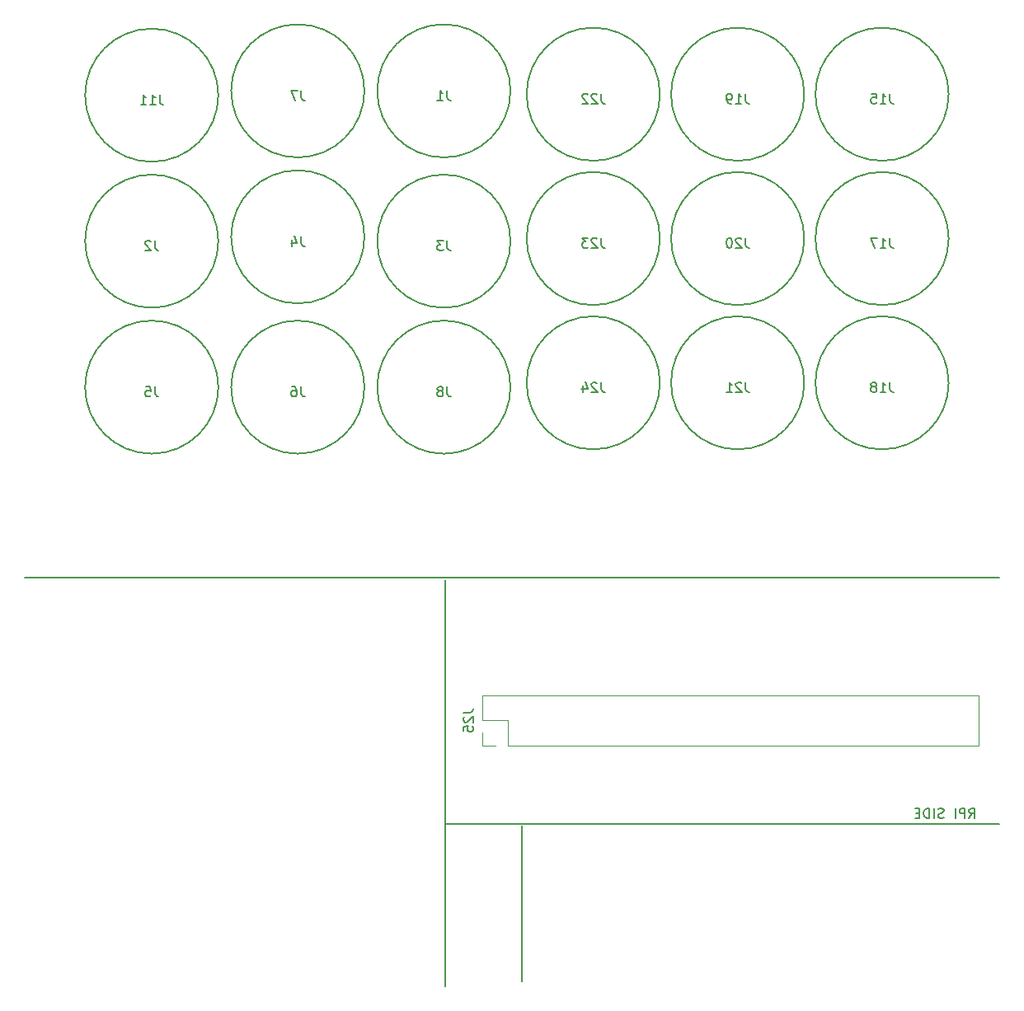
<source format=gbr>
%TF.GenerationSoftware,KiCad,Pcbnew,7.0.11+dfsg-1build4*%
%TF.CreationDate,2025-11-16T19:22:10-06:00*%
%TF.ProjectId,AdapterBoard,41646170-7465-4724-926f-6172642e6b69,rev?*%
%TF.SameCoordinates,Original*%
%TF.FileFunction,Legend,Bot*%
%TF.FilePolarity,Positive*%
%FSLAX46Y46*%
G04 Gerber Fmt 4.6, Leading zero omitted, Abs format (unit mm)*
G04 Created by KiCad (PCBNEW 7.0.11+dfsg-1build4) date 2025-11-16 19:22:10*
%MOMM*%
%LPD*%
G01*
G04 APERTURE LIST*
%ADD10C,0.150000*%
%ADD11C,0.120000*%
G04 APERTURE END LIST*
D10*
X73120000Y-88310000D02*
X73120000Y-130000000D01*
X81000000Y-113500000D02*
X81000000Y-129500000D01*
X130000000Y-88000000D02*
X30000000Y-88000000D01*
X73120000Y-113310000D02*
X130000000Y-113310000D01*
X126941792Y-112719819D02*
X127275125Y-112243628D01*
X127513220Y-112719819D02*
X127513220Y-111719819D01*
X127513220Y-111719819D02*
X127132268Y-111719819D01*
X127132268Y-111719819D02*
X127037030Y-111767438D01*
X127037030Y-111767438D02*
X126989411Y-111815057D01*
X126989411Y-111815057D02*
X126941792Y-111910295D01*
X126941792Y-111910295D02*
X126941792Y-112053152D01*
X126941792Y-112053152D02*
X126989411Y-112148390D01*
X126989411Y-112148390D02*
X127037030Y-112196009D01*
X127037030Y-112196009D02*
X127132268Y-112243628D01*
X127132268Y-112243628D02*
X127513220Y-112243628D01*
X126513220Y-112719819D02*
X126513220Y-111719819D01*
X126513220Y-111719819D02*
X126132268Y-111719819D01*
X126132268Y-111719819D02*
X126037030Y-111767438D01*
X126037030Y-111767438D02*
X125989411Y-111815057D01*
X125989411Y-111815057D02*
X125941792Y-111910295D01*
X125941792Y-111910295D02*
X125941792Y-112053152D01*
X125941792Y-112053152D02*
X125989411Y-112148390D01*
X125989411Y-112148390D02*
X126037030Y-112196009D01*
X126037030Y-112196009D02*
X126132268Y-112243628D01*
X126132268Y-112243628D02*
X126513220Y-112243628D01*
X125513220Y-112719819D02*
X125513220Y-111719819D01*
X124322744Y-112672200D02*
X124179887Y-112719819D01*
X124179887Y-112719819D02*
X123941792Y-112719819D01*
X123941792Y-112719819D02*
X123846554Y-112672200D01*
X123846554Y-112672200D02*
X123798935Y-112624580D01*
X123798935Y-112624580D02*
X123751316Y-112529342D01*
X123751316Y-112529342D02*
X123751316Y-112434104D01*
X123751316Y-112434104D02*
X123798935Y-112338866D01*
X123798935Y-112338866D02*
X123846554Y-112291247D01*
X123846554Y-112291247D02*
X123941792Y-112243628D01*
X123941792Y-112243628D02*
X124132268Y-112196009D01*
X124132268Y-112196009D02*
X124227506Y-112148390D01*
X124227506Y-112148390D02*
X124275125Y-112100771D01*
X124275125Y-112100771D02*
X124322744Y-112005533D01*
X124322744Y-112005533D02*
X124322744Y-111910295D01*
X124322744Y-111910295D02*
X124275125Y-111815057D01*
X124275125Y-111815057D02*
X124227506Y-111767438D01*
X124227506Y-111767438D02*
X124132268Y-111719819D01*
X124132268Y-111719819D02*
X123894173Y-111719819D01*
X123894173Y-111719819D02*
X123751316Y-111767438D01*
X123322744Y-112719819D02*
X123322744Y-111719819D01*
X122846554Y-112719819D02*
X122846554Y-111719819D01*
X122846554Y-111719819D02*
X122608459Y-111719819D01*
X122608459Y-111719819D02*
X122465602Y-111767438D01*
X122465602Y-111767438D02*
X122370364Y-111862676D01*
X122370364Y-111862676D02*
X122322745Y-111957914D01*
X122322745Y-111957914D02*
X122275126Y-112148390D01*
X122275126Y-112148390D02*
X122275126Y-112291247D01*
X122275126Y-112291247D02*
X122322745Y-112481723D01*
X122322745Y-112481723D02*
X122370364Y-112576961D01*
X122370364Y-112576961D02*
X122465602Y-112672200D01*
X122465602Y-112672200D02*
X122608459Y-112719819D01*
X122608459Y-112719819D02*
X122846554Y-112719819D01*
X121846554Y-112196009D02*
X121513221Y-112196009D01*
X121370364Y-112719819D02*
X121846554Y-112719819D01*
X121846554Y-112719819D02*
X121846554Y-111719819D01*
X121846554Y-111719819D02*
X121370364Y-111719819D01*
X43809523Y-38399819D02*
X43809523Y-39114104D01*
X43809523Y-39114104D02*
X43857142Y-39256961D01*
X43857142Y-39256961D02*
X43952380Y-39352200D01*
X43952380Y-39352200D02*
X44095237Y-39399819D01*
X44095237Y-39399819D02*
X44190475Y-39399819D01*
X42809523Y-39399819D02*
X43380951Y-39399819D01*
X43095237Y-39399819D02*
X43095237Y-38399819D01*
X43095237Y-38399819D02*
X43190475Y-38542676D01*
X43190475Y-38542676D02*
X43285713Y-38637914D01*
X43285713Y-38637914D02*
X43380951Y-38685533D01*
X41857142Y-39399819D02*
X42428570Y-39399819D01*
X42142856Y-39399819D02*
X42142856Y-38399819D01*
X42142856Y-38399819D02*
X42238094Y-38542676D01*
X42238094Y-38542676D02*
X42333332Y-38637914D01*
X42333332Y-38637914D02*
X42428570Y-38685533D01*
X103981205Y-67954819D02*
X103981205Y-68669104D01*
X103981205Y-68669104D02*
X104028824Y-68811961D01*
X104028824Y-68811961D02*
X104124062Y-68907200D01*
X104124062Y-68907200D02*
X104266919Y-68954819D01*
X104266919Y-68954819D02*
X104362157Y-68954819D01*
X103552633Y-68050057D02*
X103505014Y-68002438D01*
X103505014Y-68002438D02*
X103409776Y-67954819D01*
X103409776Y-67954819D02*
X103171681Y-67954819D01*
X103171681Y-67954819D02*
X103076443Y-68002438D01*
X103076443Y-68002438D02*
X103028824Y-68050057D01*
X103028824Y-68050057D02*
X102981205Y-68145295D01*
X102981205Y-68145295D02*
X102981205Y-68240533D01*
X102981205Y-68240533D02*
X103028824Y-68383390D01*
X103028824Y-68383390D02*
X103600252Y-68954819D01*
X103600252Y-68954819D02*
X102981205Y-68954819D01*
X102028824Y-68954819D02*
X102600252Y-68954819D01*
X102314538Y-68954819D02*
X102314538Y-67954819D01*
X102314538Y-67954819D02*
X102409776Y-68097676D01*
X102409776Y-68097676D02*
X102505014Y-68192914D01*
X102505014Y-68192914D02*
X102600252Y-68240533D01*
X58333333Y-37954819D02*
X58333333Y-38669104D01*
X58333333Y-38669104D02*
X58380952Y-38811961D01*
X58380952Y-38811961D02*
X58476190Y-38907200D01*
X58476190Y-38907200D02*
X58619047Y-38954819D01*
X58619047Y-38954819D02*
X58714285Y-38954819D01*
X57952380Y-37954819D02*
X57285714Y-37954819D01*
X57285714Y-37954819D02*
X57714285Y-38954819D01*
X73333333Y-37954819D02*
X73333333Y-38669104D01*
X73333333Y-38669104D02*
X73380952Y-38811961D01*
X73380952Y-38811961D02*
X73476190Y-38907200D01*
X73476190Y-38907200D02*
X73619047Y-38954819D01*
X73619047Y-38954819D02*
X73714285Y-38954819D01*
X72333333Y-38954819D02*
X72904761Y-38954819D01*
X72619047Y-38954819D02*
X72619047Y-37954819D01*
X72619047Y-37954819D02*
X72714285Y-38097676D01*
X72714285Y-38097676D02*
X72809523Y-38192914D01*
X72809523Y-38192914D02*
X72904761Y-38240533D01*
X43333333Y-53399819D02*
X43333333Y-54114104D01*
X43333333Y-54114104D02*
X43380952Y-54256961D01*
X43380952Y-54256961D02*
X43476190Y-54352200D01*
X43476190Y-54352200D02*
X43619047Y-54399819D01*
X43619047Y-54399819D02*
X43714285Y-54399819D01*
X42904761Y-53495057D02*
X42857142Y-53447438D01*
X42857142Y-53447438D02*
X42761904Y-53399819D01*
X42761904Y-53399819D02*
X42523809Y-53399819D01*
X42523809Y-53399819D02*
X42428571Y-53447438D01*
X42428571Y-53447438D02*
X42380952Y-53495057D01*
X42380952Y-53495057D02*
X42333333Y-53590295D01*
X42333333Y-53590295D02*
X42333333Y-53685533D01*
X42333333Y-53685533D02*
X42380952Y-53828390D01*
X42380952Y-53828390D02*
X42952380Y-54399819D01*
X42952380Y-54399819D02*
X42333333Y-54399819D01*
X103981205Y-53126501D02*
X103981205Y-53840786D01*
X103981205Y-53840786D02*
X104028824Y-53983643D01*
X104028824Y-53983643D02*
X104124062Y-54078882D01*
X104124062Y-54078882D02*
X104266919Y-54126501D01*
X104266919Y-54126501D02*
X104362157Y-54126501D01*
X103552633Y-53221739D02*
X103505014Y-53174120D01*
X103505014Y-53174120D02*
X103409776Y-53126501D01*
X103409776Y-53126501D02*
X103171681Y-53126501D01*
X103171681Y-53126501D02*
X103076443Y-53174120D01*
X103076443Y-53174120D02*
X103028824Y-53221739D01*
X103028824Y-53221739D02*
X102981205Y-53316977D01*
X102981205Y-53316977D02*
X102981205Y-53412215D01*
X102981205Y-53412215D02*
X103028824Y-53555072D01*
X103028824Y-53555072D02*
X103600252Y-54126501D01*
X103600252Y-54126501D02*
X102981205Y-54126501D01*
X102362157Y-53126501D02*
X102266919Y-53126501D01*
X102266919Y-53126501D02*
X102171681Y-53174120D01*
X102171681Y-53174120D02*
X102124062Y-53221739D01*
X102124062Y-53221739D02*
X102076443Y-53316977D01*
X102076443Y-53316977D02*
X102028824Y-53507453D01*
X102028824Y-53507453D02*
X102028824Y-53745548D01*
X102028824Y-53745548D02*
X102076443Y-53936024D01*
X102076443Y-53936024D02*
X102124062Y-54031262D01*
X102124062Y-54031262D02*
X102171681Y-54078882D01*
X102171681Y-54078882D02*
X102266919Y-54126501D01*
X102266919Y-54126501D02*
X102362157Y-54126501D01*
X102362157Y-54126501D02*
X102457395Y-54078882D01*
X102457395Y-54078882D02*
X102505014Y-54031262D01*
X102505014Y-54031262D02*
X102552633Y-53936024D01*
X102552633Y-53936024D02*
X102600252Y-53745548D01*
X102600252Y-53745548D02*
X102600252Y-53507453D01*
X102600252Y-53507453D02*
X102552633Y-53316977D01*
X102552633Y-53316977D02*
X102505014Y-53221739D01*
X102505014Y-53221739D02*
X102457395Y-53174120D01*
X102457395Y-53174120D02*
X102362157Y-53126501D01*
X73333333Y-53399819D02*
X73333333Y-54114104D01*
X73333333Y-54114104D02*
X73380952Y-54256961D01*
X73380952Y-54256961D02*
X73476190Y-54352200D01*
X73476190Y-54352200D02*
X73619047Y-54399819D01*
X73619047Y-54399819D02*
X73714285Y-54399819D01*
X72952380Y-53399819D02*
X72333333Y-53399819D01*
X72333333Y-53399819D02*
X72666666Y-53780771D01*
X72666666Y-53780771D02*
X72523809Y-53780771D01*
X72523809Y-53780771D02*
X72428571Y-53828390D01*
X72428571Y-53828390D02*
X72380952Y-53876009D01*
X72380952Y-53876009D02*
X72333333Y-53971247D01*
X72333333Y-53971247D02*
X72333333Y-54209342D01*
X72333333Y-54209342D02*
X72380952Y-54304580D01*
X72380952Y-54304580D02*
X72428571Y-54352200D01*
X72428571Y-54352200D02*
X72523809Y-54399819D01*
X72523809Y-54399819D02*
X72809523Y-54399819D01*
X72809523Y-54399819D02*
X72904761Y-54352200D01*
X72904761Y-54352200D02*
X72952380Y-54304580D01*
X75004819Y-101880476D02*
X75719104Y-101880476D01*
X75719104Y-101880476D02*
X75861961Y-101832857D01*
X75861961Y-101832857D02*
X75957200Y-101737619D01*
X75957200Y-101737619D02*
X76004819Y-101594762D01*
X76004819Y-101594762D02*
X76004819Y-101499524D01*
X75100057Y-102309048D02*
X75052438Y-102356667D01*
X75052438Y-102356667D02*
X75004819Y-102451905D01*
X75004819Y-102451905D02*
X75004819Y-102690000D01*
X75004819Y-102690000D02*
X75052438Y-102785238D01*
X75052438Y-102785238D02*
X75100057Y-102832857D01*
X75100057Y-102832857D02*
X75195295Y-102880476D01*
X75195295Y-102880476D02*
X75290533Y-102880476D01*
X75290533Y-102880476D02*
X75433390Y-102832857D01*
X75433390Y-102832857D02*
X76004819Y-102261429D01*
X76004819Y-102261429D02*
X76004819Y-102880476D01*
X75004819Y-103785238D02*
X75004819Y-103309048D01*
X75004819Y-103309048D02*
X75481009Y-103261429D01*
X75481009Y-103261429D02*
X75433390Y-103309048D01*
X75433390Y-103309048D02*
X75385771Y-103404286D01*
X75385771Y-103404286D02*
X75385771Y-103642381D01*
X75385771Y-103642381D02*
X75433390Y-103737619D01*
X75433390Y-103737619D02*
X75481009Y-103785238D01*
X75481009Y-103785238D02*
X75576247Y-103832857D01*
X75576247Y-103832857D02*
X75814342Y-103832857D01*
X75814342Y-103832857D02*
X75909580Y-103785238D01*
X75909580Y-103785238D02*
X75957200Y-103737619D01*
X75957200Y-103737619D02*
X76004819Y-103642381D01*
X76004819Y-103642381D02*
X76004819Y-103404286D01*
X76004819Y-103404286D02*
X75957200Y-103309048D01*
X75957200Y-103309048D02*
X75909580Y-103261429D01*
X73333333Y-68399819D02*
X73333333Y-69114104D01*
X73333333Y-69114104D02*
X73380952Y-69256961D01*
X73380952Y-69256961D02*
X73476190Y-69352200D01*
X73476190Y-69352200D02*
X73619047Y-69399819D01*
X73619047Y-69399819D02*
X73714285Y-69399819D01*
X72714285Y-68828390D02*
X72809523Y-68780771D01*
X72809523Y-68780771D02*
X72857142Y-68733152D01*
X72857142Y-68733152D02*
X72904761Y-68637914D01*
X72904761Y-68637914D02*
X72904761Y-68590295D01*
X72904761Y-68590295D02*
X72857142Y-68495057D01*
X72857142Y-68495057D02*
X72809523Y-68447438D01*
X72809523Y-68447438D02*
X72714285Y-68399819D01*
X72714285Y-68399819D02*
X72523809Y-68399819D01*
X72523809Y-68399819D02*
X72428571Y-68447438D01*
X72428571Y-68447438D02*
X72380952Y-68495057D01*
X72380952Y-68495057D02*
X72333333Y-68590295D01*
X72333333Y-68590295D02*
X72333333Y-68637914D01*
X72333333Y-68637914D02*
X72380952Y-68733152D01*
X72380952Y-68733152D02*
X72428571Y-68780771D01*
X72428571Y-68780771D02*
X72523809Y-68828390D01*
X72523809Y-68828390D02*
X72714285Y-68828390D01*
X72714285Y-68828390D02*
X72809523Y-68876009D01*
X72809523Y-68876009D02*
X72857142Y-68923628D01*
X72857142Y-68923628D02*
X72904761Y-69018866D01*
X72904761Y-69018866D02*
X72904761Y-69209342D01*
X72904761Y-69209342D02*
X72857142Y-69304580D01*
X72857142Y-69304580D02*
X72809523Y-69352200D01*
X72809523Y-69352200D02*
X72714285Y-69399819D01*
X72714285Y-69399819D02*
X72523809Y-69399819D01*
X72523809Y-69399819D02*
X72428571Y-69352200D01*
X72428571Y-69352200D02*
X72380952Y-69304580D01*
X72380952Y-69304580D02*
X72333333Y-69209342D01*
X72333333Y-69209342D02*
X72333333Y-69018866D01*
X72333333Y-69018866D02*
X72380952Y-68923628D01*
X72380952Y-68923628D02*
X72428571Y-68876009D01*
X72428571Y-68876009D02*
X72523809Y-68828390D01*
X58333333Y-52954819D02*
X58333333Y-53669104D01*
X58333333Y-53669104D02*
X58380952Y-53811961D01*
X58380952Y-53811961D02*
X58476190Y-53907200D01*
X58476190Y-53907200D02*
X58619047Y-53954819D01*
X58619047Y-53954819D02*
X58714285Y-53954819D01*
X57428571Y-53288152D02*
X57428571Y-53954819D01*
X57666666Y-52907200D02*
X57904761Y-53621485D01*
X57904761Y-53621485D02*
X57285714Y-53621485D01*
X89152887Y-67954819D02*
X89152887Y-68669104D01*
X89152887Y-68669104D02*
X89200506Y-68811961D01*
X89200506Y-68811961D02*
X89295744Y-68907200D01*
X89295744Y-68907200D02*
X89438601Y-68954819D01*
X89438601Y-68954819D02*
X89533839Y-68954819D01*
X88724315Y-68050057D02*
X88676696Y-68002438D01*
X88676696Y-68002438D02*
X88581458Y-67954819D01*
X88581458Y-67954819D02*
X88343363Y-67954819D01*
X88343363Y-67954819D02*
X88248125Y-68002438D01*
X88248125Y-68002438D02*
X88200506Y-68050057D01*
X88200506Y-68050057D02*
X88152887Y-68145295D01*
X88152887Y-68145295D02*
X88152887Y-68240533D01*
X88152887Y-68240533D02*
X88200506Y-68383390D01*
X88200506Y-68383390D02*
X88771934Y-68954819D01*
X88771934Y-68954819D02*
X88152887Y-68954819D01*
X87295744Y-68288152D02*
X87295744Y-68954819D01*
X87533839Y-67907200D02*
X87771934Y-68621485D01*
X87771934Y-68621485D02*
X87152887Y-68621485D01*
X89152887Y-38298183D02*
X89152887Y-39012468D01*
X89152887Y-39012468D02*
X89200506Y-39155325D01*
X89200506Y-39155325D02*
X89295744Y-39250564D01*
X89295744Y-39250564D02*
X89438601Y-39298183D01*
X89438601Y-39298183D02*
X89533839Y-39298183D01*
X88724315Y-38393421D02*
X88676696Y-38345802D01*
X88676696Y-38345802D02*
X88581458Y-38298183D01*
X88581458Y-38298183D02*
X88343363Y-38298183D01*
X88343363Y-38298183D02*
X88248125Y-38345802D01*
X88248125Y-38345802D02*
X88200506Y-38393421D01*
X88200506Y-38393421D02*
X88152887Y-38488659D01*
X88152887Y-38488659D02*
X88152887Y-38583897D01*
X88152887Y-38583897D02*
X88200506Y-38726754D01*
X88200506Y-38726754D02*
X88771934Y-39298183D01*
X88771934Y-39298183D02*
X88152887Y-39298183D01*
X87771934Y-38393421D02*
X87724315Y-38345802D01*
X87724315Y-38345802D02*
X87629077Y-38298183D01*
X87629077Y-38298183D02*
X87390982Y-38298183D01*
X87390982Y-38298183D02*
X87295744Y-38345802D01*
X87295744Y-38345802D02*
X87248125Y-38393421D01*
X87248125Y-38393421D02*
X87200506Y-38488659D01*
X87200506Y-38488659D02*
X87200506Y-38583897D01*
X87200506Y-38583897D02*
X87248125Y-38726754D01*
X87248125Y-38726754D02*
X87819553Y-39298183D01*
X87819553Y-39298183D02*
X87200506Y-39298183D01*
X58333333Y-68399819D02*
X58333333Y-69114104D01*
X58333333Y-69114104D02*
X58380952Y-69256961D01*
X58380952Y-69256961D02*
X58476190Y-69352200D01*
X58476190Y-69352200D02*
X58619047Y-69399819D01*
X58619047Y-69399819D02*
X58714285Y-69399819D01*
X57428571Y-68399819D02*
X57619047Y-68399819D01*
X57619047Y-68399819D02*
X57714285Y-68447438D01*
X57714285Y-68447438D02*
X57761904Y-68495057D01*
X57761904Y-68495057D02*
X57857142Y-68637914D01*
X57857142Y-68637914D02*
X57904761Y-68828390D01*
X57904761Y-68828390D02*
X57904761Y-69209342D01*
X57904761Y-69209342D02*
X57857142Y-69304580D01*
X57857142Y-69304580D02*
X57809523Y-69352200D01*
X57809523Y-69352200D02*
X57714285Y-69399819D01*
X57714285Y-69399819D02*
X57523809Y-69399819D01*
X57523809Y-69399819D02*
X57428571Y-69352200D01*
X57428571Y-69352200D02*
X57380952Y-69304580D01*
X57380952Y-69304580D02*
X57333333Y-69209342D01*
X57333333Y-69209342D02*
X57333333Y-68971247D01*
X57333333Y-68971247D02*
X57380952Y-68876009D01*
X57380952Y-68876009D02*
X57428571Y-68828390D01*
X57428571Y-68828390D02*
X57523809Y-68780771D01*
X57523809Y-68780771D02*
X57714285Y-68780771D01*
X57714285Y-68780771D02*
X57809523Y-68828390D01*
X57809523Y-68828390D02*
X57857142Y-68876009D01*
X57857142Y-68876009D02*
X57904761Y-68971247D01*
X103981205Y-38298183D02*
X103981205Y-39012468D01*
X103981205Y-39012468D02*
X104028824Y-39155325D01*
X104028824Y-39155325D02*
X104124062Y-39250564D01*
X104124062Y-39250564D02*
X104266919Y-39298183D01*
X104266919Y-39298183D02*
X104362157Y-39298183D01*
X102981205Y-39298183D02*
X103552633Y-39298183D01*
X103266919Y-39298183D02*
X103266919Y-38298183D01*
X103266919Y-38298183D02*
X103362157Y-38441040D01*
X103362157Y-38441040D02*
X103457395Y-38536278D01*
X103457395Y-38536278D02*
X103552633Y-38583897D01*
X102505014Y-39298183D02*
X102314538Y-39298183D01*
X102314538Y-39298183D02*
X102219300Y-39250564D01*
X102219300Y-39250564D02*
X102171681Y-39202944D01*
X102171681Y-39202944D02*
X102076443Y-39060087D01*
X102076443Y-39060087D02*
X102028824Y-38869611D01*
X102028824Y-38869611D02*
X102028824Y-38488659D01*
X102028824Y-38488659D02*
X102076443Y-38393421D01*
X102076443Y-38393421D02*
X102124062Y-38345802D01*
X102124062Y-38345802D02*
X102219300Y-38298183D01*
X102219300Y-38298183D02*
X102409776Y-38298183D01*
X102409776Y-38298183D02*
X102505014Y-38345802D01*
X102505014Y-38345802D02*
X102552633Y-38393421D01*
X102552633Y-38393421D02*
X102600252Y-38488659D01*
X102600252Y-38488659D02*
X102600252Y-38726754D01*
X102600252Y-38726754D02*
X102552633Y-38821992D01*
X102552633Y-38821992D02*
X102505014Y-38869611D01*
X102505014Y-38869611D02*
X102409776Y-38917230D01*
X102409776Y-38917230D02*
X102219300Y-38917230D01*
X102219300Y-38917230D02*
X102124062Y-38869611D01*
X102124062Y-38869611D02*
X102076443Y-38821992D01*
X102076443Y-38821992D02*
X102028824Y-38726754D01*
X118809523Y-53126501D02*
X118809523Y-53840786D01*
X118809523Y-53840786D02*
X118857142Y-53983643D01*
X118857142Y-53983643D02*
X118952380Y-54078882D01*
X118952380Y-54078882D02*
X119095237Y-54126501D01*
X119095237Y-54126501D02*
X119190475Y-54126501D01*
X117809523Y-54126501D02*
X118380951Y-54126501D01*
X118095237Y-54126501D02*
X118095237Y-53126501D01*
X118095237Y-53126501D02*
X118190475Y-53269358D01*
X118190475Y-53269358D02*
X118285713Y-53364596D01*
X118285713Y-53364596D02*
X118380951Y-53412215D01*
X117476189Y-53126501D02*
X116809523Y-53126501D01*
X116809523Y-53126501D02*
X117238094Y-54126501D01*
X89152887Y-53126501D02*
X89152887Y-53840786D01*
X89152887Y-53840786D02*
X89200506Y-53983643D01*
X89200506Y-53983643D02*
X89295744Y-54078882D01*
X89295744Y-54078882D02*
X89438601Y-54126501D01*
X89438601Y-54126501D02*
X89533839Y-54126501D01*
X88724315Y-53221739D02*
X88676696Y-53174120D01*
X88676696Y-53174120D02*
X88581458Y-53126501D01*
X88581458Y-53126501D02*
X88343363Y-53126501D01*
X88343363Y-53126501D02*
X88248125Y-53174120D01*
X88248125Y-53174120D02*
X88200506Y-53221739D01*
X88200506Y-53221739D02*
X88152887Y-53316977D01*
X88152887Y-53316977D02*
X88152887Y-53412215D01*
X88152887Y-53412215D02*
X88200506Y-53555072D01*
X88200506Y-53555072D02*
X88771934Y-54126501D01*
X88771934Y-54126501D02*
X88152887Y-54126501D01*
X87819553Y-53126501D02*
X87200506Y-53126501D01*
X87200506Y-53126501D02*
X87533839Y-53507453D01*
X87533839Y-53507453D02*
X87390982Y-53507453D01*
X87390982Y-53507453D02*
X87295744Y-53555072D01*
X87295744Y-53555072D02*
X87248125Y-53602691D01*
X87248125Y-53602691D02*
X87200506Y-53697929D01*
X87200506Y-53697929D02*
X87200506Y-53936024D01*
X87200506Y-53936024D02*
X87248125Y-54031262D01*
X87248125Y-54031262D02*
X87295744Y-54078882D01*
X87295744Y-54078882D02*
X87390982Y-54126501D01*
X87390982Y-54126501D02*
X87676696Y-54126501D01*
X87676696Y-54126501D02*
X87771934Y-54078882D01*
X87771934Y-54078882D02*
X87819553Y-54031262D01*
X43333333Y-68399819D02*
X43333333Y-69114104D01*
X43333333Y-69114104D02*
X43380952Y-69256961D01*
X43380952Y-69256961D02*
X43476190Y-69352200D01*
X43476190Y-69352200D02*
X43619047Y-69399819D01*
X43619047Y-69399819D02*
X43714285Y-69399819D01*
X42380952Y-68399819D02*
X42857142Y-68399819D01*
X42857142Y-68399819D02*
X42904761Y-68876009D01*
X42904761Y-68876009D02*
X42857142Y-68828390D01*
X42857142Y-68828390D02*
X42761904Y-68780771D01*
X42761904Y-68780771D02*
X42523809Y-68780771D01*
X42523809Y-68780771D02*
X42428571Y-68828390D01*
X42428571Y-68828390D02*
X42380952Y-68876009D01*
X42380952Y-68876009D02*
X42333333Y-68971247D01*
X42333333Y-68971247D02*
X42333333Y-69209342D01*
X42333333Y-69209342D02*
X42380952Y-69304580D01*
X42380952Y-69304580D02*
X42428571Y-69352200D01*
X42428571Y-69352200D02*
X42523809Y-69399819D01*
X42523809Y-69399819D02*
X42761904Y-69399819D01*
X42761904Y-69399819D02*
X42857142Y-69352200D01*
X42857142Y-69352200D02*
X42904761Y-69304580D01*
X118809523Y-38298183D02*
X118809523Y-39012468D01*
X118809523Y-39012468D02*
X118857142Y-39155325D01*
X118857142Y-39155325D02*
X118952380Y-39250564D01*
X118952380Y-39250564D02*
X119095237Y-39298183D01*
X119095237Y-39298183D02*
X119190475Y-39298183D01*
X117809523Y-39298183D02*
X118380951Y-39298183D01*
X118095237Y-39298183D02*
X118095237Y-38298183D01*
X118095237Y-38298183D02*
X118190475Y-38441040D01*
X118190475Y-38441040D02*
X118285713Y-38536278D01*
X118285713Y-38536278D02*
X118380951Y-38583897D01*
X116904761Y-38298183D02*
X117380951Y-38298183D01*
X117380951Y-38298183D02*
X117428570Y-38774373D01*
X117428570Y-38774373D02*
X117380951Y-38726754D01*
X117380951Y-38726754D02*
X117285713Y-38679135D01*
X117285713Y-38679135D02*
X117047618Y-38679135D01*
X117047618Y-38679135D02*
X116952380Y-38726754D01*
X116952380Y-38726754D02*
X116904761Y-38774373D01*
X116904761Y-38774373D02*
X116857142Y-38869611D01*
X116857142Y-38869611D02*
X116857142Y-39107706D01*
X116857142Y-39107706D02*
X116904761Y-39202944D01*
X116904761Y-39202944D02*
X116952380Y-39250564D01*
X116952380Y-39250564D02*
X117047618Y-39298183D01*
X117047618Y-39298183D02*
X117285713Y-39298183D01*
X117285713Y-39298183D02*
X117380951Y-39250564D01*
X117380951Y-39250564D02*
X117428570Y-39202944D01*
X118809523Y-67954819D02*
X118809523Y-68669104D01*
X118809523Y-68669104D02*
X118857142Y-68811961D01*
X118857142Y-68811961D02*
X118952380Y-68907200D01*
X118952380Y-68907200D02*
X119095237Y-68954819D01*
X119095237Y-68954819D02*
X119190475Y-68954819D01*
X117809523Y-68954819D02*
X118380951Y-68954819D01*
X118095237Y-68954819D02*
X118095237Y-67954819D01*
X118095237Y-67954819D02*
X118190475Y-68097676D01*
X118190475Y-68097676D02*
X118285713Y-68192914D01*
X118285713Y-68192914D02*
X118380951Y-68240533D01*
X117238094Y-68383390D02*
X117333332Y-68335771D01*
X117333332Y-68335771D02*
X117380951Y-68288152D01*
X117380951Y-68288152D02*
X117428570Y-68192914D01*
X117428570Y-68192914D02*
X117428570Y-68145295D01*
X117428570Y-68145295D02*
X117380951Y-68050057D01*
X117380951Y-68050057D02*
X117333332Y-68002438D01*
X117333332Y-68002438D02*
X117238094Y-67954819D01*
X117238094Y-67954819D02*
X117047618Y-67954819D01*
X117047618Y-67954819D02*
X116952380Y-68002438D01*
X116952380Y-68002438D02*
X116904761Y-68050057D01*
X116904761Y-68050057D02*
X116857142Y-68145295D01*
X116857142Y-68145295D02*
X116857142Y-68192914D01*
X116857142Y-68192914D02*
X116904761Y-68288152D01*
X116904761Y-68288152D02*
X116952380Y-68335771D01*
X116952380Y-68335771D02*
X117047618Y-68383390D01*
X117047618Y-68383390D02*
X117238094Y-68383390D01*
X117238094Y-68383390D02*
X117333332Y-68431009D01*
X117333332Y-68431009D02*
X117380951Y-68478628D01*
X117380951Y-68478628D02*
X117428570Y-68573866D01*
X117428570Y-68573866D02*
X117428570Y-68764342D01*
X117428570Y-68764342D02*
X117380951Y-68859580D01*
X117380951Y-68859580D02*
X117333332Y-68907200D01*
X117333332Y-68907200D02*
X117238094Y-68954819D01*
X117238094Y-68954819D02*
X117047618Y-68954819D01*
X117047618Y-68954819D02*
X116952380Y-68907200D01*
X116952380Y-68907200D02*
X116904761Y-68859580D01*
X116904761Y-68859580D02*
X116857142Y-68764342D01*
X116857142Y-68764342D02*
X116857142Y-68573866D01*
X116857142Y-68573866D02*
X116904761Y-68478628D01*
X116904761Y-68478628D02*
X116952380Y-68431009D01*
X116952380Y-68431009D02*
X117047618Y-68383390D01*
%TO.C,J11*%
X49839159Y-38445000D02*
G75*
G03*
X36160841Y-38445000I-6839159J0D01*
G01*
X36160841Y-38445000D02*
G75*
G03*
X49839159Y-38445000I6839159J0D01*
G01*
%TO.C,J21*%
X110010841Y-68000000D02*
G75*
G03*
X96332523Y-68000000I-6839159J0D01*
G01*
X96332523Y-68000000D02*
G75*
G03*
X110010841Y-68000000I6839159J0D01*
G01*
%TO.C,J7*%
X64839159Y-38000000D02*
G75*
G03*
X51160841Y-38000000I-6839159J0D01*
G01*
X51160841Y-38000000D02*
G75*
G03*
X64839159Y-38000000I6839159J0D01*
G01*
%TO.C,J1*%
X79839159Y-38000000D02*
G75*
G03*
X66160841Y-38000000I-6839159J0D01*
G01*
X66160841Y-38000000D02*
G75*
G03*
X79839159Y-38000000I6839159J0D01*
G01*
%TO.C,J2*%
X49839159Y-53445000D02*
G75*
G03*
X36160841Y-53445000I-6839159J0D01*
G01*
X36160841Y-53445000D02*
G75*
G03*
X49839159Y-53445000I6839159J0D01*
G01*
%TO.C,J20*%
X110010841Y-53171682D02*
G75*
G03*
X96332523Y-53171682I-6839159J0D01*
G01*
X96332523Y-53171682D02*
G75*
G03*
X110010841Y-53171682I6839159J0D01*
G01*
%TO.C,J3*%
X79839159Y-53445000D02*
G75*
G03*
X66160841Y-53445000I-6839159J0D01*
G01*
X66160841Y-53445000D02*
G75*
G03*
X79839159Y-53445000I6839159J0D01*
G01*
D11*
%TO.C,J25*%
X127910000Y-100090000D02*
X127910000Y-105290000D01*
X76990000Y-100090000D02*
X127910000Y-100090000D01*
X76990000Y-100090000D02*
X76990000Y-102690000D01*
X79590000Y-102690000D02*
X79590000Y-105290000D01*
X76990000Y-102690000D02*
X79590000Y-102690000D01*
X76990000Y-103960000D02*
X76990000Y-105290000D01*
X79590000Y-105290000D02*
X127910000Y-105290000D01*
X76990000Y-105290000D02*
X78320000Y-105290000D01*
D10*
%TO.C,J8*%
X79839159Y-68445000D02*
G75*
G03*
X66160841Y-68445000I-6839159J0D01*
G01*
X66160841Y-68445000D02*
G75*
G03*
X79839159Y-68445000I6839159J0D01*
G01*
%TO.C,J4*%
X64839159Y-53000000D02*
G75*
G03*
X51160841Y-53000000I-6839159J0D01*
G01*
X51160841Y-53000000D02*
G75*
G03*
X64839159Y-53000000I6839159J0D01*
G01*
%TO.C,J24*%
X95182523Y-68000000D02*
G75*
G03*
X81504205Y-68000000I-6839159J0D01*
G01*
X81504205Y-68000000D02*
G75*
G03*
X95182523Y-68000000I6839159J0D01*
G01*
%TO.C,J22*%
X95182523Y-38343364D02*
G75*
G03*
X81504205Y-38343364I-6839159J0D01*
G01*
X81504205Y-38343364D02*
G75*
G03*
X95182523Y-38343364I6839159J0D01*
G01*
%TO.C,J6*%
X64839159Y-68445000D02*
G75*
G03*
X51160841Y-68445000I-6839159J0D01*
G01*
X51160841Y-68445000D02*
G75*
G03*
X64839159Y-68445000I6839159J0D01*
G01*
%TO.C,J19*%
X110010841Y-38343364D02*
G75*
G03*
X96332523Y-38343364I-6839159J0D01*
G01*
X96332523Y-38343364D02*
G75*
G03*
X110010841Y-38343364I6839159J0D01*
G01*
%TO.C,J17*%
X124839159Y-53171682D02*
G75*
G03*
X111160841Y-53171682I-6839159J0D01*
G01*
X111160841Y-53171682D02*
G75*
G03*
X124839159Y-53171682I6839159J0D01*
G01*
%TO.C,J23*%
X95182523Y-53171682D02*
G75*
G03*
X81504205Y-53171682I-6839159J0D01*
G01*
X81504205Y-53171682D02*
G75*
G03*
X95182523Y-53171682I6839159J0D01*
G01*
%TO.C,J5*%
X49839159Y-68445000D02*
G75*
G03*
X36160841Y-68445000I-6839159J0D01*
G01*
X36160841Y-68445000D02*
G75*
G03*
X49839159Y-68445000I6839159J0D01*
G01*
%TO.C,J15*%
X124839159Y-38343364D02*
G75*
G03*
X111160841Y-38343364I-6839159J0D01*
G01*
X111160841Y-38343364D02*
G75*
G03*
X124839159Y-38343364I6839159J0D01*
G01*
%TO.C,J18*%
X124839159Y-68000000D02*
G75*
G03*
X111160841Y-68000000I-6839159J0D01*
G01*
X111160841Y-68000000D02*
G75*
G03*
X124839159Y-68000000I6839159J0D01*
G01*
%TD*%
M02*

</source>
